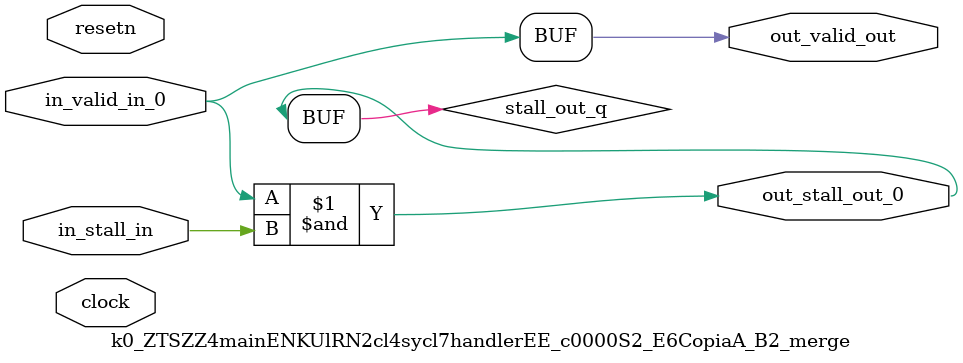
<source format=sv>



(* altera_attribute = "-name AUTO_SHIFT_REGISTER_RECOGNITION OFF; -name MESSAGE_DISABLE 10036; -name MESSAGE_DISABLE 10037; -name MESSAGE_DISABLE 14130; -name MESSAGE_DISABLE 14320; -name MESSAGE_DISABLE 15400; -name MESSAGE_DISABLE 14130; -name MESSAGE_DISABLE 10036; -name MESSAGE_DISABLE 12020; -name MESSAGE_DISABLE 12030; -name MESSAGE_DISABLE 12010; -name MESSAGE_DISABLE 12110; -name MESSAGE_DISABLE 14320; -name MESSAGE_DISABLE 13410; -name MESSAGE_DISABLE 113007; -name MESSAGE_DISABLE 10958" *)
module k0_ZTSZZ4mainENKUlRN2cl4sycl7handlerEE_c0000S2_E6CopiaA_B2_merge (
    input wire [0:0] in_stall_in,
    input wire [0:0] in_valid_in_0,
    output wire [0:0] out_stall_out_0,
    output wire [0:0] out_valid_out,
    input wire clock,
    input wire resetn
    );

    wire [0:0] stall_out_q;


    // stall_out(LOGICAL,6)
    assign stall_out_q = in_valid_in_0 & in_stall_in;

    // out_stall_out_0(GPOUT,4)
    assign out_stall_out_0 = stall_out_q;

    // out_valid_out(GPOUT,5)
    assign out_valid_out = in_valid_in_0;

endmodule

</source>
